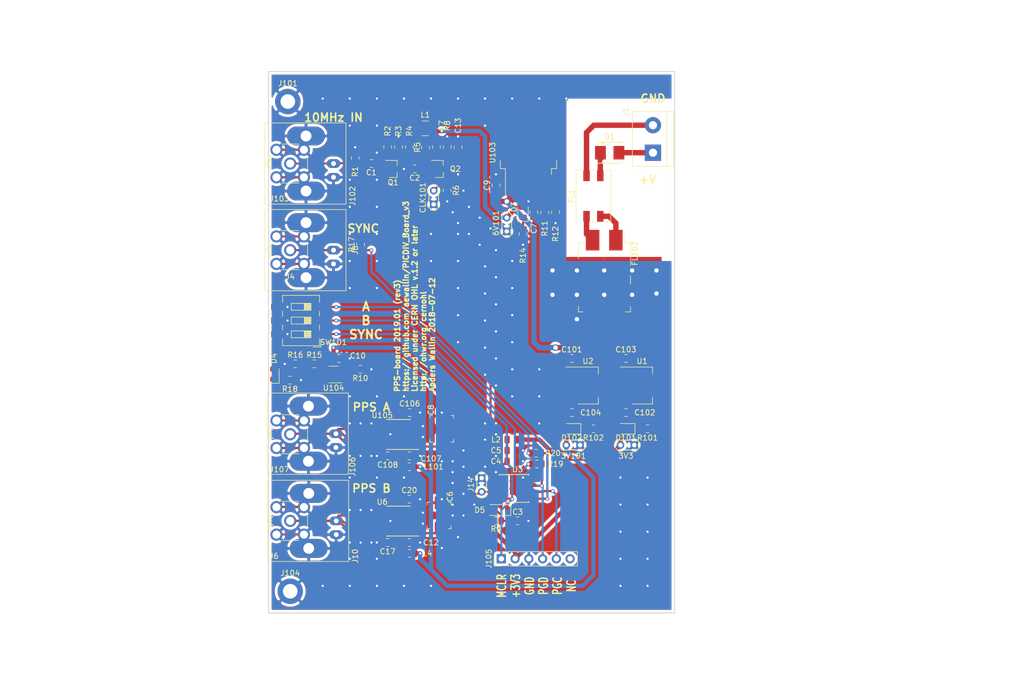
<source format=kicad_pcb>
(kicad_pcb (version 20211014) (generator pcbnew)
  (title_block (title "PICDIV 10MHz to 1PPS frequency divider") (rev "2018-07") (company "anders.e.e.wallin \"at\" gmail.com") (comment 1 "2018-09-12 add MCLR diode"))
  (layers (0 "F.Cu" signal) (31 "B.Cu" signal) (34 "B.Paste" user) (35 "F.Paste" user) (36 "B.SilkS" user "B.Silkscreen") (37 "F.SilkS" user "F.Silkscreen") (38 "B.Mask" user) (39 "F.Mask" user) (44 "Edge.Cuts" user))
  (net 0 "")
  (net 1 "Net-(C1-Pad1)")
  (net 2 "Net-(C1-Pad2)")
  (net 3 "Net-(C2-Pad1)")
  (net 4 "Net-(C2-Pad2)")
  (net 5 "MCLR")
  (net 6 "GND")
  (net 7 "Net-(C4-Pad1)")
  (net 8 "+6V")
  (net 9 "PPS")
  (net 10 "Net-(D3-Pad1)")
  (net 11 "Net-(D4-Pad2)")
  (net 12 "Net-(D4-Pad1)")
  (net 13 "PGD")
  (net 14 "PGC")
  (net 15 "Net-(L1-Pad2)")
  (net 16 "CLK")
  (net 17 "Net-(R10-Pad2)")
  (net 18 "Net-(R11-Pad2)")
  (net 19 "Net-(R15-Pad1)")
  (net 20 "Net-(U6-Pad3)")
  (net 21 "Net-(U6-Pad6)")
  (net 22 "Net-(U6-Pad8)")
  (net 23 "Net-(U6-Pad9)")
  (net 24 "Net-(C13-Pad1)")
  (net 25 "Net-(C3-Pad1)")
  (net 26 "3V3_PIC")
  (net 27 "3V3_OUT")
  (net 28 "Net-(D101-Pad1)")
  (net 29 "Net-(D102-Pad1)")
  (net 30 "LDO_IN")
  (net 31 "/U6_3V3")
  (net 32 "Net-(U105-Pad9)")
  (net 33 "Net-(U105-Pad8)")
  (net 34 "Net-(U105-Pad6)")
  (net 35 "Net-(U105-Pad3)")
  (net 36 "Net-(J105-Pad6)")
  (net 37 "/w2")
  (net 38 "/w4")
  (net 39 "/w5")
  (net 40 "/w3")
  (net 41 "/w1")
  (net 42 "/sync")
  (net 43 "/B")
  (net 44 "/A")
  (net 45 "/PPS_B")
  (net 46 "/PPS_A")
  (net 47 "/U105_3V3")
  (footprint "awallinKiCadFootprints:DIODE_DO-214BA" (layer "F.Cu") (at 188 65)
    (fp_text reference "D1")
    (fp_text value "D")
  )
  (footprint "Connectors_Terminal_Blocks:TerminalBlock_bornier-2_P5.08mm" (layer "F.Cu") (at 196 65 90)
    (fp_text reference "J1")
    (fp_text value "DC-Input")
  )
  (footprint "TO_SOT_Packages_SMD:SOT-23" (layer "F.Cu") (at 148 68)
    (fp_text reference "Q1")
    (fp_text value "Q_PNP_BEC")
  )
  (footprint "TO_SOT_Packages_SMD:SOT-23" (layer "F.Cu") (at 156.5 68)
    (fp_text reference "Q2")
    (fp_text value "Q_PNP_BEC")
  )
  (footprint "Diodes_SMD:D_SOD-123" (layer "F.Cu") (at 167.5 131 180)
    (fp_text reference "D5")
    (fp_text value "1N4148")
  )
  (footprint "TestPoint:TestPoint_2Pads_Pitch2.54mm_Drill0.8mm" (layer "F.Cu") (at 164.365 127.635 90)
    (fp_text reference "J14")
    (fp_text value "TEST_1PPS")
  )
  (footprint "TestPoint:TestPoint_2Pads_Pitch2.54mm_Drill0.8mm" (layer "F.Cu") (at 155.5 72 -90)
    (fp_text reference "CLK101")
    (fp_text value "TEST_CLK")
  )
  (footprint "TestPoint:TestPoint_2Pads_Pitch2.54mm_Drill0.8mm" (layer "F.Cu") (at 169 77 -90)
    (fp_text reference "6V101")
    (fp_text value "TEST_6V")
  )
  (footprint "TestPoint:TestPoint_2Pads_Pitch2.54mm_Drill0.8mm" (layer "F.Cu") (at 190 119)
    (fp_text reference "3V3")
    (fp_text value "TEST_3V3")
  )
  (footprint "TestPoint:TestPoint_2Pads_Pitch2.54mm_Drill0.8mm" (layer "F.Cu") (at 180 119)
    (fp_text reference "3V101")
    (fp_text value "TEST_3V3")
  )
  (footprint "Resistor_SMD:R_0805_2012Metric" (layer "F.Cu") (at 178 76 -90)
    (fp_text reference "R12")
    (fp_text value "680R")
  )
  (footprint "Resistor_SMD:R_0805_2012Metric" (layer "F.Cu") (at 172 80 -90)
    (fp_text reference "R14")
    (fp_text value "200R")
  )
  (footprint "Resistor_SMD:R_0805_2012Metric" (layer "F.Cu") (at 133.45 104)
    (fp_text reference "R15")
    (fp_text value "1M")
  )
  (footprint "Resistor_SMD:R_0805_2012Metric" (layer "F.Cu") (at 129.95 104)
    (fp_text reference "R16")
    (fp_text value "523k")
  )
  (footprint "Resistor_SMD:R_0805_2012Metric" (layer "F.Cu") (at 142 81.95 90)
    (fp_text reference "R17")
    (fp_text value "50R")
  )
  (footprint "Resistor_SMD:R_0805_2012Metric" (layer "F.Cu") (at 128.95 107 180)
    (fp_text reference "R18")
    (fp_text value "100R")
  )
  (footprint "Resistor_SMD:R_0805_2012Metric" (layer "F.Cu") (at 174.55 122.5 180)
    (fp_text reference "R19")
    (fp_text value "10k")
  )
  (footprint "Resistor_SMD:R_0805_2012Metric" (layer "F.Cu") (at 174.45 120.5 180)
    (fp_text reference "R20")
    (fp_text value "10k")
  )
  (footprint "Resistor_SMD:R_0805_2012Metric" (layer "F.Cu") (at 195 116 180)
    (fp_text reference "R101")
    (fp_text value "82R")
  )
  (footprint "Resistor_SMD:R_0805_2012Metric" (layer "F.Cu") (at 185 116 180)
    (fp_text reference "R102")
    (fp_text value "82R")
  )
  (footprint "Resistor_SMD:R_0805_2012Metric" (layer "F.Cu") (at 167 133)
    (fp_text reference "R9")
    (fp_text value "3k3")
  )
  (footprint "Resistor_SMD:R_0805_2012Metric" (layer "F.Cu") (at 158 63.95 90)
    (fp_text reference "R8")
    (fp_text value "6k8")
  )
  (footprint "Resistor_SMD:R_0805_2012Metric" (layer "F.Cu") (at 156 63.95 -90)
    (fp_text reference "R7")
    (fp_text value "3k3")
  )
  (footprint "Resistor_SMD:R_0805_2012Metric" (layer "F.Cu") (at 158 71.95 -90)
    (fp_text reference "R6")
    (fp_text value "270R")
  )
  (footprint "Resistor_SMD:R_0805_2012Metric" (layer "F.Cu") (at 154 64.05 -90)
    (fp_text reference "R5")
    (fp_text value "220R")
  )
  (footprint "Resistor_SMD:R_0805_2012Metric" (layer "F.Cu") (at 151 63.95 -90)
    (fp_text reference "R4")
    (fp_text value "220R")
  )
  (footprint "Resistor_SMD:R_0805_2012Metric" (layer "F.Cu") (at 149 63.95 90)
    (fp_text reference "R3")
    (fp_text value "6k8")
  )
  (footprint "Resistor_SMD:R_0805_2012Metric" (layer "F.Cu") (at 147 63.95 -90)
    (fp_text reference "R2")
    (fp_text value "3k3")
  )
  (footprint "Resistor_SMD:R_0805_2012Metric" (layer "F.Cu") (at 141 66 90)
    (fp_text reference "R1")
    (fp_text value "49R9")
  )
  (footprint "Resistor_SMD:R_0805_2012Metric" (layer "F.Cu") (at 176 76.0625 -90)
    (fp_text reference "R11")
    (fp_text value "2k7")
  )
  (footprint "Resistor_SMD:R_0805_2012Metric" (layer "F.Cu") (at 141.95 105 180)
    (fp_text reference "R10")
    (fp_text value "300k")
  )
  (footprint "Package_TO_SOT_SMD:TSOT-23-6" (layer "F.Cu") (at 137.010001 105.989999 180)
    (fp_text reference "U104")
    (fp_text value "LTC6993xS6-1")
  )
  (footprint "Package_TO_SOT_SMD:TO-263-5_TabPin3" (layer "F.Cu") (at 173 65 90)
    (fp_text reference "U103")
    (fp_text value "LT1963AEQ")
  )
  (footprint "Package_SO:TSSOP-16_4.4x5mm_P0.65mm" (layer "F.Cu") (at 149 133 180)
    (fp_text reference "U6")
    (fp_text value "IDT5PB1108")
  )
  (footprint "Package_SO:TSSOP-16_4.4x5mm_P0.65mm" (layer "F.Cu") (at 149 117 180)
    (fp_text reference "U105")
    (fp_text value "IDT5PB1108")
  )
  (footprint "Package_SO:SOIC-8_3.9x4.9mm_P1.27mm" (layer "F.Cu") (at 171 127)
    (fp_text reference "U3")
    (fp_text value "PIC12F675")
  )
  (footprint "MountingHole:MountingHole_2.7mm_M2.5_DIN965_Pad" (layer "F.Cu") (at 128.56 55.55)
    (fp_text reference "J101")
    (fp_text value "MountingHole_M2.5")
  )
  (footprint "MountingHole:MountingHole_2.7mm_M2.5_DIN965_Pad" (layer "F.Cu") (at 129 146)
    (fp_text reference "J104")
    (fp_text value "MountingHole_M2.5")
  )
  (footprint "LED_SMD:LED_0805_2012Metric" (layer "F.Cu") (at 172 76 90)
    (fp_text reference "D3")
    (fp_text value "LED")
  )
  (footprint "LED_SMD:LED_0805_2012Metric" (layer "F.Cu") (at 191 116 180)
    (fp_text reference "D101")
    (fp_text value "LED")
  )
  (footprint "LED_SMD:LED_0805_2012Metric" (layer "F.Cu") (at 126 105.9 90)
    (fp_text reference "D4")
    (fp_text value "PPS_BLINK")
  )
  (footprint "LED_SMD:LED_0805_2012Metric" (layer "F.Cu") (at 181 116 180)
    (fp_text reference "D102")
    (fp_text value "LED")
  )
  (footprint "Inductor_SMD:L_1210_3225Metric" (layer "F.Cu") (at 153.95 60.5 180)
    (fp_text reference "L1")
    (fp_text value "100u (1210)")
  )
  (footprint "Inductor_SMD:L_0805_2012Metric" (layer "F.Cu") (at 170 118)
    (fp_text reference "L2")
    (fp_text value "2u2")
  )
  (footprint "Inductor_SMD:L_0805_2012Metric" (layer "F.Cu") (at 151.05 139)
    (fp_text reference "L4")
    (fp_text value "2u2")
  )
  (footprint "Inductor_SMD:L_0805_2012Metric" (layer "F.Cu") (at 151 123)
    (fp_text reference "L101")
    (fp_text value "2u2")
  )
  (footprint "Connector_PinHeader_2.54mm:PinHeader_1x06_P2.54mm_Vertical" (layer "F.Cu") (at 168 140 90)
    (fp_text reference "J105")
    (fp_text value "Conn_01x06")
  )
  (footprint "Connector_Coaxial:SMA_Molex_73251-2200_Horizontal" (layer "F.Cu") (at 129 67 90)
    (fp_text reference "J103")
    (fp_text value "Conn_Coaxial")
  )
  (footprint "Connector_Coaxial:SMA_Molex_73251-2200_Horizontal" (layer "F.Cu") (at 129 117 90)
    (fp_text reference "J107")
    (fp_text value "PPS_A")
  )
  (footprint "Connector_Coaxial:SMA_Molex_73251-2200_Horizontal" (layer "F.Cu") (at 129 83 90)
    (fp_text reference "J4")
    (fp_text value "SYNC")
  )
  (footprint "Connector_Coaxial:SMA_Molex_73251-2200_Horizontal" (layer "F.Cu") (at 129 133 90)
    (fp_text reference "J6")
    (fp_text value "PPS_B")
  )
  (footprint "Connector_Coaxial:BNC_Amphenol_B6252HB-NPP3G-50_Horizontal" (layer "F.Cu") (at 137.5 133 90)
    (fp_text reference "J10")
    (fp_text value "PPS_B")
  )
  (footprint "Connector_Coaxial:BNC_Amphenol_B6252HB-NPP3G-50_Horizontal" (layer "F.Cu") (at 137 67 90)
    (fp_text reference "J102")
    (fp_text value "Conn_Coaxial")
  )
  (footprint "Connector_Coaxial:BNC_Amphenol_B6252HB-NPP3G-50_Horizontal" (layer "F.Cu") (at 137 83 90)
    (fp_text reference "J8")
    (fp_text value "SYNC")
  )
  (footprint "Capacitor_SMD:C_0805_2012Metric" (layer "F.Cu") (at 152 68 180)
    (fp_text reference "C2")
    (fp_text value "100n")
  )
  (footprint "Capacitor_SMD:C_0805_2012Metric" (layer "F.Cu") (at 147 121 180)
    (fp_text reference "C108")
    (fp_text value "100n")
  )
  (footprint "Capacitor_SMD:C_0805_2012Metric" (layer "F.Cu") (at 151 121)
    (fp_text reference "C107")
    (fp_text value "100n")
  )
  (footprint "Capacitor_SMD:C_0805_2012Metric" (layer "F.Cu") (at 151.0625 113)
    (fp_text reference "C106")
    (fp_text value "100n")
  )
  (footprint "Capacitor_SMD:C_0805_2012Metric" (layer "F.Cu") (at 181 113)
    (fp_text reference "C104")
    (fp_text value "10u")
  )
  (footprint "Capacitor_SMD:C_0805_2012Metric" (layer "F.Cu") (at 191 103)
    (fp_text reference "C103")
    (fp_text value "10u")
  )
  (footprint "Capacitor_SMD:C_0805_2012Metric" (layer "F.Cu") (at 191 113)
    (fp_text reference "C102")
    (fp_text value "10u")
  )
  (footprint "Capacitor_SMD:C_0805_2012Metric" (layer "F.Cu") (at 181 103)
    (fp_text reference "C101")
    (fp_text value "10u")
  )
  (footprint "Capacitor_SMD:C_0805_2012Metric" (layer "F.Cu") (at 151 129)
    (fp_text reference "C20")
    (fp_text value "100n")
  )
  (footprint "Capacitor_SMD:C_0805_2012Metric" (layer "F.Cu") (at 147 137 180)
    (fp_text reference "C17")
    (fp_text value "100n")
  )
  (footprint "Capacitor_SMD:C_0805_2012Metric" (layer "F.Cu") (at 160 64 90)
    (fp_text reference "C13")
    (fp_text value "10n")
  )
  (footprint "Capacitor_SMD:C_0805_2012Metric" (layer "F.Cu") (at 151 137)
    (fp_text reference "C12")
    (fp_text value "100n")
  )
  (footprint "Capacitor_SMD:C_0805_2012Metric" (layer "F.Cu") (at 138 103)
    (fp_text reference "C10")
    (fp_text value "C")
  )
  (footprint "Capacitor_SMD:C_0805_2012Metric" (layer "F.Cu") (at 167 71 90)
    (fp_text reference "C9")
    (fp_text value "10u")
  )
  (footprint "Capacitor_SMD:C_0805_2012Metric" (layer "F.Cu") (at 144 67 180)
    (fp_text reference "C1")
    (fp_text value "10n")
  )
  (footprint "Capacitor_SMD:C_0805_2012Metric" (layer "F.Cu") (at 174 76 90)
    (fp_text reference "C7")
    (fp_text value "10u")
  )
  (footprint "Capacitor_SMD:C_0805_2012Metric" (layer "F.Cu") (at 170 120)
    (fp_text reference "C5")
    (fp_text value "10u")
  )
  (footprint "Capacitor_SMD:C_0805_2012Metric" (layer "F.Cu") (at 170 122)
    (fp_text reference "C4")
    (fp_text value "100n")
  )
  (footprint "Capacitor_SMD:C_0805_2012Metric" (layer "F.Cu") (at 171 133)
    (fp_text reference "C3")
    (fp_text value "C")
  )
  (footprint "Button_Switch_SMD:SW_DIP_SPSTx03_Slide_6.7x9.18mm_W8.61mm_P2.54mm_LowProfile" (layer "F.Cu") (at 131 96 180)
    (fp_text reference "SW101")
    (fp_text value "SW_DIP_x03")
  )
  (footprint "Filter:Filter_Murata_BNX025_ThermalVias" (layer "F.Cu") (at 187 88 -90)
    (fp_text reference "FL102")
    (fp_text value "BNX025")
  )
  (footprint "Connector_Coaxial:BNC_Amphenol_B6252HB-NPP3G-50_Horizontal" (layer "F.Cu") (at 137.44958 116.89968 90)
    (fp_text reference "J106")
    (fp_text value "PPS_A")
  )
  (footprint "Capacitor_SMD:C_Trimmer_Murata_TZB4-A" (layer "F.Cu") (at 156.5 132 -90)
    (fp_text reference "C6")
    (fp_text value "C_Trim")
  )
  (footprint "Capacitor_SMD:C_Trimmer_Murata_TZB4-A" (layer "F.Cu") (at 157 116 90)
    (fp_text reference "C8")
    (fp_text value "C_Trim")
  )
  (footprint "Filter:Filter_Bourns_SRF0905_6.0x9.2mm" (layer "F.Cu") (at 185 73 90)
    (fp_text reference "FL1")
    (fp_text value "Filter_EMI_LL_1423")
  )
  (footprint "Package_TO_SOT_SMD:SOT-223-3_TabPin2" (layer "F.Cu") (at 194 108)
    (fp_text reference "U1")
    (fp_text value "LT1963AxST-3.3")
  )
  (footprint "Package_TO_SOT_SMD:SOT-223-3_TabPin2" (layer "F.Cu") (at 184 108)
    (fp_text reference "U2")
    (fp_text value "LT1963AxST-3.3")
  )
  (gr_line (start 125 150) (end 125 50) (layer "Edge.Cuts") (width 0.15))
  (gr_line (start 125 50) (end 200 50) (layer "Edge.Cuts") (width 0.15))
  (gr_line (start 200 150) (end 125 150) (layer "Edge.Cuts") (width 0.15))
  (gr_line (start 200 50) (end 200 150) (layer "Edge.Cuts") (width 0.15))
  (gr_text "PPS B" (at 144 127) (layer "F.SilkS") (effects (font (size 1.5 1.5) (thickness 0.3))))
  (gr_text "10MHz IN" (at 137 58.5) (layer "F.SilkS") (effects (font (size 1.5 1.5) (thickness 0.3))))
  (gr_text "SYNC" (at 142.5 79) (layer "F.SilkS") (effects (font (size 1.5 1.5) (thickness 0.3))))
  (gr_text "GND" (at 196 55) (layer "F.SilkS") (effects (font (size 1.5 1.5) (thickness 0.3))))
  (gr_text "PPS-board 2019.01 (rev3)\nhttps://github.com/aewallin/PICDIV_Board_v3\nLicensed under CERN OHL v.1.2 or later\nhttp://ohwr.org/cernohl\nAnders Wallin 2018-07-12" (at 152 109.3 90) (layer "F.SilkS") (effects (font (size 1 1) (thickness 0.25)) (justify left)))
  (gr_text "+V" (at 195 70) (layer "F.SilkS") (effects (font (size 1.5 1.5) (thickness 0.3))))
  (gr_text "MCLR\n+3V3\nGND\nPGD\nPGC\nNC" (at 174.5 145 90) (layer "F.SilkS") (effects (font (size 1.6 1.1) (thickness 0.25))))
  (gr_text "A\nB\nSYNC" (at 143 96) (layer "F.SilkS") (effects (font (size 1.6 1.6) (thickness 0.35))))
  (gr_text "PPS A" (at 144 112) (layer "F.SilkS") (effects (font (size 1.5 1.5) (thickness 0.3))))
  (segment (start 145 67) (end 146.95 67) (width 0.4) (layer "F.Cu") (net 1))
  (segment (start 147 64.9) (end 149 64.9) (width 0.4) (layer "F.Cu") (net 1))
  (segment (start 147 67.05) (end 147 64.9) (width 0.4) (layer "F.Cu") (net 1))
  (segment (start 146.95 67) (end 147 67.05) (width 0.4) (layer "F.Cu") (net 1))
  (segment (start 141 66.9375) (end 137.0625 66.9375) (width 0.4) (layer "F.Cu") (net 2))
  (segment (start 140.95 67) (end 141 66.95) (width 0.4) (layer "F.Cu") (net 2))
  (segment (start 137.0625 66.9375) (end 137 67) (width 0.4) (layer "F.Cu") (net 2))
  (segment (start 141 66.95) (end 142.95 66.95) (width 0.4) (layer "F.Cu") (net 2))
  (segment (start 137 67) (end 129 67) (width 0.4) (layer "F.Cu") (net 2))
  (segment (start 142.95 66.95) (end 143 67) (width 0.4) (layer "F.Cu") (net 2))
  (segment (start 153 68) (end 154 68) (width 0.4) (layer "F.Cu") (net 3))
  (segment (start 154 65) (end 154 68) (width 0.4) (layer "F.Cu") (net 3))
  (segment (start 153.95 68.95) (end 153 68) (width 0.4) (layer "F.Cu") (net 3))
  (segment (start 155.5 68.95) (end 153.95 68.95) (width 0.4) (layer "F.Cu") (net 3))
  (segment (start 147.5 69.45) (end 147 68.95) (width 0.4) (layer "F.Cu") (net 4))
  (segment (start 151 68) (end 151 69.025) (width 0.4) (layer "F.Cu") (net 4))
  (segment (start 147.5 69.5) (end 147.5 69.45) (width 0.4) (layer "F.Cu") (net 4))
  (segment (start 150.525 69.5) (end 147.5 69.5) (width 0.4) (layer "F.Cu") (net 4))
  (segment (start 151 69.025) (end 150.525 69.5) (width 0.4) (layer "F.Cu") (net 4))
  (segment (start 151 64.9) (end 151 68) (width 0.4) (layer "F.Cu") (net 4))
  (segment (start 169.905 128.905) (end 170 129) (width 0.4) (layer "F.Cu") (net 5))
  (segment (start 135.345 98.5) (end 135.305 98.54) (width 0.4) (layer "F.Cu") (net 5))
  (segment (start 137.5 98.5) (end 135.345 98.5) (width 0.4) (layer "F.Cu") (net 5))
  (segment (start 169.15 129.755) (end 168.3 128.905) (width 0.4) (layer "F.Cu") (net 5))
  (segment (start 169.15 131) (end 169.15 129.755) (width 0.4) (layer "F.Cu") (net 5))
  (segment (start 168.3 128.905) (end 169.905 128.905) (width 0.4) (layer "F.Cu") (net 5))
  (via (at 170 129) (size 0.7) (drill 0.4) (layers "F.Cu" "B.Cu") (net 5))
  (via (at 137.5 98.5) (size 0.7) (drill 0.4) (layers "F.Cu" "B.Cu") (net 5))
  (segment (start 147.5 98.5) (end 137.5 98.5) (width 0.4) (layer "B.Cu") (net 5))
  (segment (start 170 129) (end 170 123.348542) (width 0.4) (layer "B.Cu") (net 5))
  (segment (start 169 122.348542) (end 169 115.5) (width 0.4) (layer "B.Cu") (net 5))
  (segment (start 168 140) (end 168 131) (width 0.4) (layer "B.Cu") (net 5))
  (segment (start 152 98.5) (end 147.5 98.5) (width 0.4) (layer "B.Cu") (net 5))
  (segment (start 168 131) (end 170 129) (width 0.4) (layer "B.Cu") (net 5))
  (segment (start 170 123.348542) (end 169 122.348542) (width 0.4) (layer "B.Cu") (net 5))
  (segment (start 169 115.5) (end 152 98.5) (width 0.4) (layer "B.Cu") (net 5))
  (segment (start 172 125) (end 173.605 125) (width 0.4) (layer "F.Cu") (net 6))
  (segment (start 142.8875 106.08752) (end 142.8875 105) (width 0.4) (layer "F.Cu") (net 6))
  (segment (start 173 70.775) (end 173 61.625) (width 0.4) (layer "F.Cu") (net 6))
  (segment (start 132.04 114.46) (end 126.96 114.46) (width 0.4) (layer "F.Cu") (net 6))
  (segment (start 146.05 132.675) (end 147.175 132.675) (width 0.4) (layer "F.Cu") (net 6))
  (segment (start 149 68) (end 150 68) (width 0.4) (layer "F.Cu") (net 6))
  (segment (start 139.330001 105.989999) (end 139.440012 106.10001) (width 0.4) (layer "F.Cu") (net 6))
  (segment (start 151.95 117.325) (end 153.325 117.325) (width 0.4) (layer "F.Cu") (net 6))
  (segment (start 153.325 117.325) (end 153.5 117.5) (width 0.4) (layer "F.Cu") (net 6))
  (segment (start 146.05 116.675) (end 147.175 116.675) (width 0.4) (layer "F.Cu") (net 6))
  (segment (start 132.04 121.80086) (end 132.2366 121.99746) (width 0.4) (layer "F.Cu") (net 6))
  (segment (start 147.175 116.675) (end 147.5 117) (width 0.4) (layer "F.Cu") (net 6))
  (segment (start 132.04 114.46) (end 132.04 111.99596) (width 0.4) (layer "F.Cu") (net 6))
  (segment (start 139.440012 106.10001) (end 142.89999 106.10001) (width 0.4) (layer "F.Cu") (net 6))
  (segment (start 138.320001 105.989999) (end 139.330001 105.989999) (width 0.4) (layer "F.Cu") (net 6))
  (segment (start 153.375 115.375) (end 153.5 115.5) (width 0.4) (layer "F.Cu") (net 6))
  (segment (start 173.605 125) (end 173.7 125.095) (width 0.4) (layer "F.Cu") (net 6))
  (segment (start 147.175 132.675) (end 147.5 133) (width 0.4) (layer "F.Cu") (net 6))
  (segment (start 131.54 69.54) (end 126.46 69.54) (width 0.4) (layer "F.Cu") (net 6))
  (segment (start 132.08 130.42) (end 127 130.42) (width 0.4) (layer "F.Cu") (net 6))
  (segment (start 172 125) (end 172 125) (width 0.4) (layer "F.Cu") (net 6))
  (segment (start 129.602528 80.46) (end 126.46 80.46) (width 0.4) (layer "F.Cu") (net 6))
  (segment (start 130.142528 135.5) (end 127 135.5) (width 0.4) (layer "F.Cu") (net 6))
  (segment (start 132.04 111.99596) (end 132.2366 111.79936) (width 0.4) (layer "F.Cu") (net 6))
  (segment (start 151.95 115.375) (end 153.375 115.375) (width 0.4) (layer "F.Cu") (net 6))
  (segment (start 142.89999 106.10001) (end 142.8875 106.08752) (width 0.4) (layer "F.Cu") (net 6))
  (segment (start 151.95 131.375) (end 153.375 131.375) (width 0.4) (layer "F.Cu") (net 6))
  (segment (start 130.102528 119.54) (end 126.96 119.54) (width 0.4) (layer "F.Cu") (net 6))
  (segment (start 132.04 119.54) (end 130.102528 119.54) (width 0.4) (layer "F.Cu") (net 6))
  (segment (start 132.08 135.5) (end 130.142528 135.5) (width 0.4) (layer "F.Cu") (net 6))
  (segment (start 129.602528 85.54) (end 126.46 85.54) (width 0.4) (layer "F.Cu") (net 6))
  (segment (start 173 74) (end 173 70.775) (width 0.4) (layer "F.Cu") (net 6))
  (segment (start 153.325 133.325) (end 153.5 133.5) (width 0.4) (layer "F.Cu") (net 6))
  (segment (start 131.54 80.46) (end 129.602528 80.46) (width 0.4) (layer "F.Cu") (net 6))
  (segment (start 151.95 133.325) (end 153.325 133.325) (width 0.4) (layer "F.Cu") (net 6))
  (segment (start 153.375 131.375) (end 153.5 131.5) (width 0.4) (layer "F.Cu") (net 6))
  (segment (start 131.54 85.54) (end 129.602528 85.54) (width 0.4) (layer "F.Cu") (net 6))
  (segment (start 131.54 64.46) (end 126.46 64.46) (width 0.4) (layer "F.Cu") (net 6))
  (segment (start 132.04 119.54) (end 132.04 121.80086) (width 0.4) (layer "F.Cu") (net 6))
  (via (at 142 131) (size 0.7) (drill 0.4) (layers "F.Cu" "B.Cu") (net 6))
  (via (at 144 131) (size 0.7) (drill 0.4) (layers "F.Cu" "B.Cu") (net 6))
  (via (at 144 137) (size 0.7) (drill 0.4) (layers "F.Cu" "B.Cu") (net 6))
  (via (at 142 137) (size 0.7) (drill 0.4) (layers "F.Cu" "B.Cu") (net 6))
  (via (at 140 137) (size 0.7) (drill 0.4) (layers "F.Cu" "B.Cu") (net 6))
  (via (at 144 121) (size 0.7) (drill 0.4) (layers "F.Cu" "B.Cu") (net 6))
  (via (at 142 121) (size 0.7) (drill 0.4) (layers "F.Cu" "B.Cu") (net 6))
  (via (at 140 121) (size 0.7) (drill 0.4) (layers "F.Cu" "B.Cu") (net 6))
  (via (at 140 115) (size 0.7) (drill 0.4) (layers "F.Cu" "B.Cu") (net 6))
  (via (at 142 115) (size 0.7) (drill 0.4) (layers "F.Cu" "B.Cu") (net 6))
  (via (at 144 115) (size 0.7) (drill 0.4) (layers "F.Cu" "B.Cu") (net 6))
  (via (at 161 128) (size 0.7) (drill 0.4) (layers "F.Cu" "B.Cu") (net 6))
  (via (at 159 126) (size 0.7) (drill 0.4) (layers "F.Cu" "B.Cu") (net 6))
  (via (at 159 124) (size 0.7) (drill 0.4) (layers "F.Cu" "B.Cu") (net 6))
  (via (at 159 122) (size 0.7) (drill 0.4) (layers "F.Cu" "B.Cu") (net 6))
  (via (at 159 130) (size 0.7) (drill 0.4) (layers "F.Cu" "B.Cu") (net 6))
  (via (at 159 132) (size 0.7) (drill 0.4) (layers "F.Cu" "B.Cu") (net 6))
  (via (at 161 132) (size 0.7) (drill 0.4) (layers "F.Cu" "B.Cu") (net 6))
  (via (at 163 130) (size 0.7) (drill 0.4) (layers "F.Cu" "B.Cu") (net 6))
  (via (at 162 125) (size 0.7) (drill 0.4) (layers "F.Cu" "B.Cu") (net 6))
  (via (at 161 123) (size 0.7) (drill 0.4) (layers "F.Cu" "B.Cu") (net 6))
  (via (at 161 120) (size 0.7) (drill 0.4) (layers "F.Cu" "B.Cu") (net 6))
  (via (at 160 136) (size 0.7) (drill 0.4) (layers "F.Cu" "B.Cu") (net 6))
  (via (at 157 138) (size 0.7) (drill 0.4) (layers "F.Cu" "B.Cu") (net 6))
  (via (at 157 122) (size 0.7) (drill 0.4) (layers "F.Cu" "B.Cu") (net 6))
  (via (at 165 123) (size 0.7) (drill 0.4) (layers "F.Cu" "B.Cu") (net 6))
  (via (at 165 118) (size 0.7) (drill 0.4) (layers "F.Cu" "B.Cu") (net 6))
  (via (at 165 115) (size 0.7) (drill 0.4) (layers "F.Cu" "B.Cu") (net 6))
  (via (at 167 117) (size 0.7) (drill 0.4) (layers "F.Cu" "B.Cu") (net 6))
  (via (at 167 121) (size 0.7) (drill 0.4) (layers "F.Cu" "B.Cu") (net 6))
  (via (at 167 124) (size 0.7) (drill 0.4) (layers "F.Cu" "B.Cu") (net 6))
  (via (at 173 133) (size 0.7) (drill 0.4) (layers "F.Cu" "B.Cu") (net 6))
  (via (at 150 125) (size 0.7) (drill 0.4) (layers "F.Cu" "B.Cu") (net 6))
  (via (at 175 110) (size 0.7) (drill 0.4) (layers "F.Cu" "B.Cu") (net 6))
  (via (at 190 125) (size 0.7) (drill 0.4) (layers "F.Cu" "B.Cu") (net 6))
  (via (at 167 103) (size 0.7) (drill 0.4) (layers "F.Cu" "B.Cu") (net 6))
  (via (at 135 55) (size 0.7) (drill 0.4) (layers "F.Cu" "B.Cu") (net 6))
  (via (at 157 129) (size 0.7) (drill 0.4) (layers "F.Cu" "B.Cu") (net 6))
  (via (at 178 78) (size 0.7) (drill 0.4) (layers "F.Cu" "B.Cu") (net 6))
  (via (at 170 55) (size 0.7) (drill 0.4) (layers "F.Cu" "B.Cu") (net 6))
  (via (at 167 108) (size 0.7) (drill 0.4) (layers "F.Cu" "B.Cu") (net 6))
  (via (at 161 72) (size 0.7) (drill 0.4) (layers "F.Cu" "B.Cu") (net 6))
  (via (at 170 105) (size 0.7) (drill 0.4) (layers "F.Cu" "B.Cu") (net 6))
  (via (at 195 135) (size 0.7) (drill 0.4) (layers "F.Cu" "B.Cu") (net 6))
  (via (at 149 62) (size 0.7) (drill 0.4) (layers "F.Cu" "B.Cu") (net 6))
  (via (at 131 107) (size 0.7) (drill 0.4) (layers "F.Cu" "B.Cu") (net 6))
  (via (at 170 95) (size 0.7) (drill 0.4) (layers "F.Cu" "B.Cu") (net 6))
  (via (at 160 85) (size 0.7) (drill 0.4) (layers "F.Cu" "B.Cu") (net 6))
  (via (at 172 125) (size 0.7) (drill 0.4) (layers "F.Cu" "B.Cu") (net 6))
  (via (at 140 75) (size 0.7) (drill 0.4) (layers "F.Cu" "B.Cu") (net 6))
  (via (at 145 125) (size 0.7) (drill 0.4) (layers "F.Cu" "B.Cu") (net 6))
  (via (at 164 77) (size 0.7) (drill 0.4) (layers "F.Cu" "B.Cu") (net 6))
  (via (at 167 69) (size 0.7) (drill 0.4) (layers "F.Cu" "B.Cu") (net 6))
  (via (at 160 55) (size 0.7) (drill 0.4) (layers "F.Cu" "B.Cu") (net 6))
  (via (at 128.5 93.5) (size 0.7) (drill 0.4) (layers "F.Cu" "B.Cu") (net 6))
  (via (at 175 105) (size 0.7) (drill 0.4) (layers "F.Cu" "B.Cu") (net 6))
  (via (at 144 105) (size 0.7) (drill 0.4) (layers "F.Cu" "B.Cu") (net 6))
  (via (at 170 90) (size 0.7) (drill 0.4) (layers "F.Cu" "B.Cu") (net 6))
  (via (at 150 55) (size 0.7) (drill 0.4) (layers "F.Cu" "B.Cu") (net 6))
  (via (at 165 101) (size 0.7) (drill 0.4) (layers "F.Cu" "B.Cu") (net 6))
  (via (at 145 75) (size 0.7) (drill 0.4) (layers "F.Cu" "B.Cu") (net 6))
  (via (at 155 85) (size 0.7) (drill 0.4) (layers "F.Cu" "B.Cu") (net 6))
  (via (at 141 64) (size 0.7) (drill 0.4) (layers "F.Cu" "B.Cu") (net 6))
  (via (at 165 96) (size 0.7) (drill 0.4) (layers "F.Cu" "B.Cu") (net 6))
  (via (at 135 145) (size 0.7) (drill 0.4) (layers "F.Cu" "B.Cu") (net 6))
  (via (at 147.5 117) (size 0.7) (drill 0.4) (layers "F.Cu" "B.Cu") (net 6))
  (via (at 140 70) (size 0.7) (drill 0.4) (layers "F.Cu" "B.Cu") (net 6))
  (via (at 195 140) (size 0.7) (drill 0.4) (layers "F.Cu" "B.Cu") (net 6))
  (via (at 128.5 96) (size 0.7) (drill 0.4) (layers "F.Cu" "B.Cu") (net 6))
  (via (at 195 125) (size 0.7) (drill 0.4) (layers "F.Cu" "B.Cu") (net 6))
  (via (at 170 85) (size 0.7) (drill 0.4) (layers "F.Cu" "B.Cu") (net 6))
  (via (at 173 74) (size 0.7) (drill 0.4) (layers "F.Cu" "B.Cu") (net 6))
  (via (at 190 135) (size 0.7) (drill 0.4) (layers "F.Cu" "B.Cu") (net 6))
  (via (at 155 80) (size 0.7) (drill 0.4) (layers "F.Cu" "B.Cu") (net 6))
  (via (at 140 131) (size 0.7) (drill 0.4) (layers "F.Cu" "B.Cu") (net 6))
  (via (at 157 113) (size 0.7) (drill 0.4) (layers "F.Cu" "B.Cu") (net 6))
  (via (at 155 55) (size 0.7) (drill 0.4) (layers "F.Cu" "B.Cu") (net 6))
  (via (at 150 145) (size 0.7) (drill 0.4) (layers "F.Cu" "B.Cu") (net 6))
  (via (at 145 55) (size 0.7) (drill 0.4) (layers "F.Cu" "B.Cu") (net 6))
  (via (at 195 145) (size 0.7) (drill 0.4) (layers "F.Cu" "B.Cu") (net 6))
  (via (at 128 104) (size 0.7) (drill 0.4) (layers "F.Cu" "B.Cu") (net 6))
  (via (at 165 86) (size 0.7) (drill 0.4) (layers "F.Cu" "B.Cu") (net 6))
  (via (at 145 65) (size 0.7) (drill 0.4) (layers "F.Cu" "B.Cu") (net 6))
  (via (at 145 90) (size 0.7) (drill 0.4) (layers "F.Cu" "B.Cu") (net 6))
  (via (at 145 145) (size 0.7) (drill 0.4) (layers "F.Cu" "B.Cu") (net 6))
  (via (at 162 75) (size 0.7) (drill 0.4) (layers "F.Cu" "B.Cu") (net 6))
  (via (at 172 120) (size 0.7) (drill 0.4) (layers "F.Cu" "B.Cu") (net 6))
  (via (at 145 140) (size 0.7) (drill 0.4) (layers "F.Cu" "B.Cu") (net 6))
  (via (at 145 137) (size 0.7) (drill 0.4) (layers "F.Cu" "B.Cu") (net 6))
  (via (at 150 80) (size 0.7) (drill 0.4) (layers "F.Cu" "B.Cu") (net 6))
  (via (at 175 55) (size 0.7) (drill 0.4) (layers "F.Cu" "B.Cu") (net 6))
  (via (at 140 60) (size 0.7) (drill 0.4) (layers "F.Cu" "B.Cu") (net 6))
  (via (at 165 106) (size 0.7) (drill 0.4) (layers "F.Cu" "B.Cu") (net 6))
  (via (at 145 121) (size 0.7) (drill 0.4) (layers "F.Cu" "B.Cu") (net 6))
  (via (at 153.5 117.5) (size 0.7) (drill 0.4) (layers "F.Cu" "B.Cu") (net 6))
  (via (at 172 82) (size 0.7) (drill 0.4) (layers "F.Cu" "B.Cu") (net 6))
  (via (at 145 85) (size 0.7) (drill 0.4) (layers "F.Cu" "B.Cu") (net 6))
  (via (at 140 55) (size 0.7) (drill 0.4) (layers "F.Cu" "B.Cu") (net 6))
  (via (at 140 110) (size 0.7) (drill 0.4) (layers "F.Cu" "B.Cu") (net 6))
  (via (at 172 122) (size 0.7) (drill 0.4) (layers "F.Cu" "B.Cu") (net 6))
  (via (at 160 90) (size 0.7) (drill 0.4) (layers "F.Cu" "B.Cu") (net 6))
  (via (at 153 113) (size 0.7) (drill 0.4) (layers "F.Cu" "B.Cu") (net 6))
  (via (at 140 125) (size 0.7) (drill 0.4) (layers "F.Cu" "B.Cu") (net 6))
  (via (at 190 145) (size 0.7) (drill 0.4) (layers "F.Cu" "B.Cu") (net 6))
  (via (at 160 62) (size 0.7) (drill 0.4) (layers "F.Cu" "B.Cu") (net 6))
  (via (at 155 145) (size 0.7) (drill 0.4) (layers "F.Cu" "B.Cu") (net 6))
  (via (at 140 103) (size 0.7) (drill 0.4) (layers "F.Cu" "B.Cu") (net 6))
  (via (at 190 130) (size 0.7) (drill 0.4) (layers "F.Cu" "B.Cu") (net 6))
  (via (at 153.5 133.5) (size 0.7) (drill 0.4) (layers "F.Cu" "B.Cu") (net 6))
  (via (at 140 85) (size 0.7) (drill 0.4) (layers "F.Cu" "B.Cu") (net 6))
  (via (at 153.5 131.5) (size 0.7) (drill 0.4) (layers "F.Cu" "B.Cu") (net 6))
  (via (at 145 70) (size 0.7) (drill 0.4) (layers "F.Cu" "B.Cu") (net 6))
  (via (at 160 78) (size 0.7) (drill 0.4) (layers "F.Cu" "B.Cu") (net 6))
  (via (at 145 80) (size 0.7) (drill 0.4) (layers "F.Cu" "B.Cu") (net 6))
  (via (at 167 98) (size 0.7) (drill 0.4) (layers "F.Cu" "B.Cu") (net 6))
  (via (at 140 90) (size 0.7) (drill 0.4) (layers "F.Cu" "B.Cu") (net 6))
  (via (at 128.5 98.5) (size 0.7) (drill 0.4) (layers "F.Cu" "B.Cu") (net 6))
  (via (at 145 110) (size 0.7) (drill 0.4) (layers "F.Cu" "B.Cu") (net 6))
  (via (at 167 93) (size 0.7) (drill 0.4) (layers "F.Cu" "B.Cu") (net 6))
  (via (at 159 76) (size 0.7) (drill 0.4) (layers "F.Cu" "B.Cu") (net 6))
  (via (at 167 115) (size 0.7) (drill 0.4) (layers "F.Cu" "B.Cu") (net 6))
  (via (at 160 80) (size 0.7) (drill 0.4) (layers "F.Cu" "B.Cu") (net 6))
  (via (at 167 88) (size 0.7) (drill 0.4) (layers "F.Cu" "B.Cu") (net 6))
  (via (at 170 100) (size 0.7) (drill 0.4) (layers "F.Cu" "B.Cu") (net 6))
  (via (at 150 110) (size 0.7) (drill 0.4) (layers "F.Cu" "B.Cu") (net 6))
  (via (at 167 83) (size 0.7) (drill 0.4) (layers "F.Cu" "B.Cu") (net 6))
  (via (at 158 74) (size 0.7) (drill 0.4) (layers "F.Cu" "B.Cu") (net 6))
  (via (at 162 80) (size 0.7) (drill 0.4) (layers "F.Cu" "B.Cu") (net 6))
  (via (at 166 79) (size 0.7) (drill 0.4) (layers "F.Cu" "B.Cu") (net 6))
  (via (at 164 82) (size 0.7) (drill 0.4) (layers "F.Cu" "B.Cu") (net 6))
  (via (at 153.5 115.5) (size 0.7) (drill 0.4) (layers "F.Cu" "B.Cu") (net 6))
  (via (at 190 140) (size 0.7) (drill 0.4) (layers "F.Cu" "B.Cu") (net 6))
  (via (at 158 62) (size 0.7) (drill 0.4) (layers "F.Cu" "B.Cu") (net 6))
  (via (at 140 80) (size 0.7) (drill 0.4) (layers "F.Cu" "B.Cu") (net 6))
  (via (at 153 121) (size 0.7) (drill 0.4) (layers "F.Cu" "B.Cu") (net 6))
  (via (at 160 69) (size 0.7) (drill 0.4) (layers "F.Cu" "B.Cu") (net 6))
  (via (at 153 137) (size 0.7) (drill 0.4) (layers "F.Cu" "B.Cu") (net 6))
  (via (at 140 145) (size 0.7) (drill 0.4) (layers "F.Cu" "B.Cu") (net 6))
  (via (at 165 55) (size 0.7) (drill 0.4) (layers "F.Cu" "B.Cu") (net 6))
  (via (at 165 91) (size 0.7) (drill 0.4) (layers "F.Cu" "B.Cu") (net 6))
  (via (at 170 110) (size 0.7) (drill 0.4) (layers "F.Cu" "B.Cu") (net 6))
  (via (at 195 130) (size 0.7) (drill 0.4) (layers "F.Cu" "B.Cu") (net 6))
  (via (at 165 60) (size 0.7) (drill 0.4) (layers "F.Cu" "B.Cu") (net 6))
  (via (at 140 140) (size 0.7) (drill 0.4) (layers "F.Cu" "B.Cu") (net 6))
  (via (at 160 100) (size 0.7) (drill 0.4) (layers "F.Cu" "B.Cu") (net 6))
  (via (at 175 115) (size 0.7) (drill 0.4) (layers "F.Cu" "B.Cu") (net 6))
  (via (at 160 95) (size 0.7) (drill 0.4) (layers "F.Cu" "B.Cu") (net 6))
  (via (at 153 129) (size 0.7) (drill 0.4) (layers "F.Cu" "B.Cu") (net 6))
  (via (at 180 55) (size 0.7) (drill 0.4) (layers "F.Cu" "B.Cu") (net 6))
  (via (at 145 60) (size 0.7) (drill 0.4) (layers "F.Cu" "B.Cu") (net 6))
  (via (at 147.5 133) (size 0.7) (drill 0.4) (layers "F.Cu" "B.Cu") (net 6))
  (via (at 150 68) (size 0.7) (drill 0.4) (layers "F.Cu" "B.Cu") (net 6))
  (segment (start 169 122) (end 169 120) (width 0.4) (layer "F.Cu") (net 7))
  (segment (start 169.0625 120) (end 169.0625 118) (width 0.4) (layer "F.Cu") (net 7))
  (segment (start 168.3 125.095) (end 168.3 122.7) (width 0.4) (layer "F.Cu") (net 7))
  (segment (start 168.3 122.7) (end 169 122) (width 0.4) (layer "F.Cu") (net 7))
  (segment (start 174.7 73.825) (end 174.7 70.775) (width 0.8) (layer "F.Cu") (net 8))
  (segment (start 156 63) (end 156 61.1) (width 0.8) (layer "F.Cu") (net 8))
  (segment (start 157 61) (end 155.9 61) (width 0.8) (layer "F.Cu") (net 8))
  (segment (start 174.7 74.3625) (end 174 75.0625) (width 0.8) (layer "F.Cu") (net 8))
  (segment (start 172 75.0625) (end 170.9375 75.0625) (width 0.8) (layer "F.Cu") (net 8))
  (segment (start 147 60.5) (end 147 63) (width 0.8) (layer "F.Cu") (net 8))
  (segment (start 155.4 60.5) (end 155.4 59.7) (width 0.8) (layer "F.Cu") (net 8))
  (segment (start 153.7 58) (end 149.5 58) (width 0.8) (layer "F.Cu") (net 8))
  (segment (start 172 75.0625) (end 174 75.0625) (width 0.8) (layer "F.Cu") (net 8))
  (segment (start 176 75.125) (end 174.7 73.825) (width 0.8) (layer "F.Cu") (net 8))
  (segment (start 147 63) (end 147 62.25) (width 0.8) (layer "F.Cu") (net 8))
  (segment (start 170.9375 75.0625) (end 169 77) (width 0.8) (layer "F.Cu") (net 8))
  (segment (start 155.4 59.7) (end 153.7 58) (width 0.8) (layer "F.Cu") (net 8))
  (segment (start 149.5 58) (end 147 60.5) (width 0.8) (layer "F.Cu") (net 8))
  (segment (start 155.9 61) (end 155.4 60.5) (width 0.8) (layer "F.Cu") (net 8))
  (segment (start 174.7 70.775) (end 174.7 74.3625) (width 0.8) (layer "F.Cu") (net 8))
  (segment (start 156 61.1) (end 155.4 60.5) (width 0.8) (layer "F.Cu") (net 8))
  (via (at 157 61) (size 0.7) (drill 0.4) (layers "F.Cu" "B.Cu") (net 8))
  (segment (start 164.5 61.5) (end 164 61) (width 0.8) (layer "B.Cu") (net 8))
  (segment (start 165 70.5) (end 165 70) (width 0.8) (layer "B.Cu") (net 8))
  (segment (start 167 77) (end 169 77) (width 0.8) (layer "B.Cu") (net 8))
  (segment (start 165 75) (end 167 77) (width 0.8) (layer "B.Cu") (net 8))
  (segment (start 165 62) (end 164.5 61.5) (width 0.8) (layer "B.Cu") (net 8))
  (segment (start 165 70) (end 165 75) (width 0.8) (layer "B.Cu") (net 8))
  (segment (start 165 70) (end 165 62) (width 0.8) (layer "B.Cu") (net 8))
  (segment (start 164 61) (end 157 61) (width 0.8) (layer "B.Cu") (net 8))
  (segment (start 158.65 135.35) (end 157 135.35) (width 0.4) (layer "F.Cu") (net 9))
  (segment (start 160 130.8) (end 160 134) (width 0.4) (layer "F.Cu") (net 9))
  (segment (start 160 134) (end 158.65 135.35) (width 0.4) (layer "F.Cu") (net 9))
  (segment (start 151.95 135.275) (end 156.925 135.275) (width 0.4) (layer "F.Cu") (net 9))
  (segment (start 160 125) (end 160 121) (width 0.4) (layer "F.Cu") (net 9))
  (segment (start 151.95 119.275) (end 156.925 119.275) (width 0.4) (layer "F.Cu") (net 9))
  (segment (start 162 128) (end 162 127) (width 0.4) (layer "F.Cu") (net 9))
  (segment (start 154 107) (end 138.62 107) (width 0.4) (layer "F.Cu") (net 9))
  (segment (start 162 128.8) (end 160 130.8) (width 0.4) (layer "F.Cu") (net 9))
  (segment (start 162 128) (end 162 128.8) (width 0.4) (layer "F.Cu") (net 9))
  (segment (start 160 121) (end 160 113) (width 0.4) (layer "F.Cu") (net 9))
  (segment (start 168.3 127.635) (end 164.365 127.635) (width 0.4) (layer "F.Cu") (net 9))
  (segment (start 162 127) (end 160 125) (width 0.4) (layer "F.Cu") (net 9))
  (segment (start 160 113) (end 154 107) (width 0.4) (layer "F.Cu") (net 9))
  (segment (start 160 121) (end 158.35 119.35) (width 0.4) (layer "F.Cu") (net 9))
  (segment (start 164 128) (end 162 128) (width 0.4) (layer "F.Cu") (net 9))
  (segment (start 164.365 127.635) (end 164 128) (width 0.4) (layer "F.Cu") (net 9))
  (segment (start 156.925 135.275) (end 157 135.35) (width 0.4) (layer "F.Cu") (net 9))
  (segment (start 158.35 119.35) (end 157 119.35) (width 0.4) (layer "F.Cu") (net 9))
  (segment (start 156.925 119.275) (end 157 119.35) (width 0.4) (layer "F.Cu") (net 9))
  (segment (start 172 79.0625) (end 172 76.9375) (width 0.4) (layer "F.Cu") (net 10))
  (segment (start 127.7 105.5) (end 127 104.8) (width 0.4) (layer "F.Cu") (net 11))
  (segment (start 127 104.8) (end 126 104.8) (width 0.4) (layer "F.Cu") (net 11))
  (segment (start 132.110002 107) (end 130.610002 105.5) (width 0.4) (layer "F.Cu") (net 11))
  (segment (start 136 107) (end 132.110002 107) (width 0.4) (layer "F.Cu") (net 11))
  (segment (start 130.610002 105.5) (end 127.7 105.5) (width 0.4) (layer "F.Cu") (net 11))
  (segment (start 126 107) (end 128 107) (width 0.4) (layer "F.Cu") (net 12))
  (segment (start 175.469669 122.530331) (end 175.5 122.5) (width 0.4) (layer "F.Cu") (net 13))
  (segment (start 175.469669 126.530331) (end 173.865331 126.530331) (width 0.4) (layer "F.Cu") (net 13))
  (segment (start 175.469669 126.530331) (end 175.469669 122.530331) (width 0.4) (layer "F.Cu") (net 13))
  (segment (start 173.865331 126.530331) (end 173.7 126.365) (width 0.4) (layer "F.Cu") (net 13))
  (via (at 175.469669 126.530331) (size 0.7) (drill 0.4) (layers "F.Cu" "B.Cu") (net 13))
  (segment (start 175.62 129.5) (end 175.62 129.12) (width 0.4) (layer "B.Cu") (net 13))
  (segment (start 175.62 140) (end 175.62 129.5) (width 0.4) (layer "B.Cu") (net 13))
  (segment (start 175.62 126.680662) (end 175.469669 126.530331) (width 0.4) (layer "B.Cu") (net 13))
  (segment (start 175.62 129.5) (end 175.62 126.680662) (width 0.4) (layer "B.Cu") (net 13))
  (segment (start 175.469669 126.530331) (end 174.530331 126.530331) (width 0.4) (layer "B.Cu") (net 13))
  (segment (start 175.7 127.635) (end 174.135 127.635) (width 0.4) (layer "F.Cu") (net 14))
  (segment (start 175.7 127.635) (end 173.135 127.635) (width 0.4) (layer "F.Cu") (net 14))
  (segment (start 176.5 127.5) (end 175.835 127.5) (width 0.4) (layer "F.Cu") (net 14))
  (segment (start 176.5 120.85) (end 176.15 120.5) (width 0.4) (layer "F.Cu") (net 14))
  (segment (start 177.5 127.5) (end 176.5 127.5) (width 0.4) (layer "F.Cu") (net 14))
  (segment (start 176.5 127.5) (end 176.5 120.85) (width 0.4) (layer "F.Cu") (net 14))
  (segment (start 175.835 127.5) (end 175.7 127.635) (width 0.4) (layer "F.Cu") (net 14))
  (segment (start 176.15 120.5) (end 175.4 120.5) (width 0.4) (layer "F.Cu") (net 14))
  (via (at 177.5 127.5) (size 0.7) (drill 0.4) (layers "F.Cu" "B.Cu") (net 14))
  (segment (start 178.16 128.16) (end 177.5 127.5) (width 0.4) (layer "B.Cu") (net 14))
  (segment (start 178.16 140) (end 178.16 128.16) (width 0.4) (layer "B.Cu") (net 14))
  (segment (start 151 63) (end 151 62) (width 0.4) (layer "F.Cu") (net 15))
  (segment (start 151 62) (end 152.5 60.5) (width 0.4) (layer "F.Cu") (net 15))
  (segment (start 154 62) (end 152.5 60.5) (width 0.4) (layer "F.Cu") (net 15))
  (segment (start 154 63.1) (end 154 62) (width 0.4) (layer "F.Cu") (net 15))
  (segment (start 168.3 126.365) (end 167.025 126.365) (width 0.4) (layer "F.Cu") (net 16))
  (segment (start 159.5 71) (end 159.4875 71.0125) (width 0.4) (layer "F.Cu") (net 16))
  (segment (start 167.025 126.365) (end 166 125.34) (width 0.4) (layer "F.Cu") (net 16))
  (segment (start 159.4875 71.0125) (end 158 71.0125) (width 0.4) (layer "F.Cu") (net 16))
  (segment (start 160 71.5) (end 159.5 71) (width 0.4) (layer "F.Cu") (net 16))
  (segment (start 156.5125 71.0125) (end 158 71.0125) (width 0.4) (layer "F.Cu") (net 16))
  (segment (start 158 68.5) (end 157.5 68) (width 0.4) (layer "F.Cu") (net 16))
  (segment (start 160 75.5) (end 160 71.5) (width 0.4) (layer "F.Cu") (net 16))
  (segment (start 166 83.5) (end 166 81.5) (width 0.4) (layer "F.Cu") (net 16))
  (segment (start 155.5 72) (end 156.5 71) (width 0.4) (layer "F.Cu") (net 16))
  (segment (start 166 125.34) (end 166 83.5) (width 0.4) (layer "F.Cu") (net 16))
  (segment (start 158 71) (end 158 68.5) (width 0.4) (layer "F.Cu") (net 16))
  (segment (start 156.5 71) (end 156.5125 71.0125) (width 0.4) (layer "F.Cu") (net 16))
  (segment (start 166 81.5) (end 160 75.5) (width 0.4) (layer "F.Cu") (net 16))
  (segment (start 138.320001 105.039999) (end 140.972501 105.039999) (width 0.4) (layer "F.Cu") (net 17))
  (segment (start 140.972501 105.039999) (end 141.0125 105) (width 0.4) (layer "F.Cu") (net 17))
  (segment (start 140.9 105.1) (end 141 105) (width 0.4) (layer "F.Cu") (net 17))
  (segment (start 138.62 105.1) (end 140.9 105.1) (width 0.4) (layer "F.Cu") (net 17))
  (segment (start 176.4 73.475) (end 176.4 70.775) (width 0.4) (layer "F.Cu") (net 18))
  (segment (start 176.0625 77) (end 178 75.0625) (width 0.4) (layer "F.Cu") (net 18))
  (segment (start 178 75.0625) (end 177 74.0625) (width 0.4) (layer "F.Cu") (net 18))
  (segment (start 176 77) (end 176.0625 77) (width 0.4) (layer "F.Cu") (net 18))
  (segment (start 177 74.0625) (end 176.9875 74.0625) (width 0.4) (layer "F.Cu") (net 18))
  (segment (start 176.9875 74.0625) (end 176.4 73.475) (width 0.4) (layer "F.Cu") (net 18))
  (segment (start 136 105.1) (end 134.9 105.1) (width 0.4) (layer "F.Cu") (net 19))
  (segment (start 132.5 104) (end 130.9 104) (width 0.4) (layer "F.Cu") (net 19))
  (segment (start 132.5 105.5) (end 132.5 104) (width 0.4) (layer "F.Cu") (net 19))
  (segment (start 134.9 105.1) (end 134.5 105.5) (width 0.4) (layer "F.Cu") (net 19))
  (segment (start 134.5 105.5) (end 132.5 105.5) (width 0.4) (layer "F.Cu") (net 19))
  (segment (start 155.5 67.05) (end 155.5 66.25) (width 0.4) (layer "F.Cu") (net 24))
  (segment (start 158 64.9) (end 159.9 64.9) (width 0.4) (layer "F.Cu") (net 24))
  (segment (start 155.5 66.25) (end 156 65.75) (width 0.4) (layer "F.Cu") (net 24))
  (segment (start 159.9 64.9) (end 160 65) (width 0.4) (layer "F.Cu") (net 24))
  (segment (start 156 64.9) (end 158 64.9) (width 0.4) (layer "F.Cu") (net 24))
  (segment (start 156 65.75) (end 156 64.9) (width 0.4) (layer "F.Cu") (net 24))
  (segment (start 167.95 131.95) (end 167.95 133) (width 0.4) (layer "F.Cu") (net 25))
  (segment (start 167 131) (end 167.95 131.95) (width 0.4) (layer "F.Cu") (net 25))
  (segment (start 168.3 132.65) (end 167.95 133) (width 0.4) (layer "F.Cu") (net 25))
  (segment (start 167.95 133) (end 167.95 132.7) (width 0.4) (layer "F.Cu") (net 25))
  (segment (start 165.85 131) (end 167 131) (width 0.4) (layer "F.Cu") (net 25))
  (segment (start 167.95 133) (end 170 133) (width 0.4) (layer "F.Cu") (net 25))
  (segment (start 175 118) (end 178.5 121.5) (width 0.8) (layer "F.Cu") (net 26))
  (segment (start 166.0625 133) (end 166.0625 134.320419) (width 0.8) (layer "F.Cu") (net 26))
  (segment (start 170.9375 118) (end 175 118) (width 0.8) (layer "F.Cu") (net 26))
  (segment (start 190.0625 111.0875) (end 190.85 110.3) (width 0.8) (layer "F.Cu") (net 26))
  (segment (start 187.5 121.5) (end 190 119) (width 0.8) (layer "F.Cu") (net 26))
  (segment (start 170.54 140) (end 180 130.54) (width 0.8) (layer "F.Cu") (net 26))
  (segment (start 180 130.54) (end 180 121.5) (width 0.8) (layer "F.Cu") (net 26))
  (segment (start 180 121.5) (end 187.5 121.5) (width 0.8) (layer "F.Cu") (net 26))
  (segment (start 190.0625 116) (end 190.0625 113) (width 0.8) (layer "F.Cu") (net 26))
  (segment (start 190 119) (end 190 116.0625) (width 0.8) (layer "F.Cu") (net 26))
  (segment (start 178.5 121.5) (end 180 121.5) (width 0.8) (layer "F.Cu") (net 26))
  (segment (start 190.0625 113) (end 190.0625 111.0875) (width 0.8) (layer "F.Cu") (net 26))
  (segment (start 166.0625 134.320419) (end 170.54 138.797919) (width 0.8) (layer "F.Cu") (net 26))
  (segment (start 170.54 138.797919) (end 170.54 140) (width 0.8) (layer "F.Cu") (net 26))
  (segment (start 190 116.0625) (end 190.0625 116) (width 0.8) (layer "F.Cu") (net 26))
  (segment (start 135.700001 105.989999) (end 136.710001 105.989999) (width 0.4) (layer "F.Cu") (net 27))
  (segment (start 134.3875 104) (end 135 104) (width 0.8) (layer "F.Cu") (net 27))
  (segment (start 180.0625 116) (end 180.0625 113) (width 0.8) (layer "F.Cu") (net 27))
  (segment (start 180 116.0625) (end 180.0625 116) (width 0.8) (layer "F.Cu") (net 27))
  (segment (start 180 119) (end 180 116.0625) (width 0.8) (layer "F.Cu") (net 27))
  (segment (start 136 103) (end 137.0625 103) (width 0.8) (layer "F.Cu") (net 27))
  (segment (start 180.0625 113) (end 180.0625 111.0875) (width 0.8) (layer "F.Cu") (net 27))
  (segment (start 153 123) (end 151.9375 123) (width 0.8) (layer "F.Cu") (net 27))
  (segment (start 137 102.9375) (end 137.0625 103) (width 0.8) (layer "F.Cu") (net 27))
  (segment (start 180.0625 111.0875) (end 180.85 110.3) (width 0.8) (layer "F.Cu") (net 27))
  (segment (start 137.0625 105.6375) (end 137.0625 103.8) (width 0.4) (layer "F.Cu") (net 27))
  (segment (start 135 104) (end 136 103) (width 0.8) (layer "F.Cu") (net 27))
  (segment (start 153 139) (end 151.9875 139) (width 0.8) (layer "F.Cu") (net 27))
  (segment (start 136.710001 105.989999) (end 137.0625 105.6375) (width 0.4) (layer "F.Cu") (net 27))
  (segment (start 137.0625 103.8) (end 137.0625 103) (width 0.4) (layer "F.Cu") (net 27))
  (segment (start 137 101) (end 137 102.9375) (width 0.8) (layer "F.Cu") (net 27))
  (via (at 137 101) (size 0.7) (drill 0.4) (layers "F.Cu" "B.Cu") (net 27))
  (via (at 153 123) (size 0.7) (drill 0.4) (layers "F.Cu" "B.Cu") (net 27))
  (via (at 153 139) (size 0.7) (drill 0.4) (layers "F.Cu" "B.Cu") (net 27))
  (segment (start 181.950001 121.950001) (end 185 125) (width 0.8) (layer "B.Cu") (net 27))
  (segment (start 180 120) (end 181.950001 121.950001) (width 0.8) (layer "B.Cu") (net 27))
  (segment (start 155 125) (end 153 123) (width 0.8) (layer "B.Cu") (net 27))
  (segment (start 158 145) (end 155 142) (width 0.8) (layer "B.Cu") (net 27))
  (segment (start 155 142) (end 155 125) (width 0.8) (layer "B.Cu") (net 27))
  (segment (start 185 125) (end 185 143) (width 0.8) (layer "B.Cu") (net 27))
  (segment (start 155 142) (end 153 140) (width 0.8) (layer "B.Cu") (net 27))
  (segment (start 155 107) (end 149 101) (width 0.8) (layer "B.Cu") (net 27))
  (segment (start 183 145) (end 158 145) (width 0.8) (layer "B.Cu") (net 27))
  (segment (start 155 125) (end 155 107) (width 0.8) (layer "B.Cu") (net 27))
  (segment (start 180 119) (end 180 120) (width 0.8) (layer "B.Cu") (net 27))
  (segment (start 185 143) (end 183 145) (width 0.8) (layer "B.Cu") (net 27))
  (segment (start 153 140) (end 153 139) (width 0.8) (layer "B.Cu") (net 27))
  (segment (start 149 101) (end 137 101) (width 0.8) (layer "B.Cu") (net 27))
  (segment (start 191.9375 116) (end 194.0625 116) (width 0.4) (layer "F.Cu") (net 28))
  (segment (start 181.9375 116) (end 184.0625 116) (width 0.4) (layer "F.Cu") (net 29))
  (segment (start 190.0625 104.9375) (end 190.0625 103) (width 1) (layer "F.Cu") (net 30))
  (segment (start 180.0625 104.9375) (end 180.0625 103) (width 1) (layer "F.Cu") (net 30))
  (segment (start 180.85 105.7) (end 180.7 105.7) (width 1) (layer "F.Cu") (net 30))
  (segment (start 169 74) (end 170 74) (width 1) (layer "F.Cu") (net 30))
  (segment (start 181 101) (end 180.0625 101.9375) (width 1) (layer "F.Cu") (net 30))
  (segment (start 169 74) (end 167 74) (width 1) (layer "F.Cu") (net 30))
  (segment (start 190.85 105.7) (end 190.7 105.7) (width 1) (layer "F.Cu") (net 30))
  (segment (start 167 74) (end 167 71.9375) (width 1) (layer "F.Cu") (net 30))
  (segment (start 180.7 105.7) (end 180 105) (width 1) (layer "F.Cu") (net 30))
  (segment (start 180 105) (end 180.0625 104.9375) (width 1) (layer "F.Cu") (net 30))
  (segment (start 169.6 70.775) (end 169.6 73.4) (width 1) (layer "F.Cu") (net 30))
  (segment (start 189.15 94.85) (end 189.15 101) (width 1) (layer "F.Cu") (net 30))
  (segment (start 171.3 70.775) (end 171.3 72.7) (width 1) (layer "F.Cu") (net 30))
  (segment (start 169.6 73.4) (end 169 74) (width 1) (layer "F.Cu") (net 30))
  (segment (start 189.15 101) (end 189.15 102.0875) (width 1) (layer "F.Cu") (net 30))
  (segment (start 189.15 101) (end 181 101) (width 1) (layer "F.Cu") (net 30))
  (segment (start 180.0625 101.9375) (end 180.0625 103) (width 1) (layer "F.Cu") (net 30))
  (segment (start 189.15 102.0875) (end 190.0625 103) (width 1) (layer "F.Cu") (net 30))
  (segment (start 190 105) (end 190.0625 104.9375) (width 1) (layer "F.Cu") (net 30))
  (segment (start 190.7 105.7) (end 190 105) (width 1) (layer "F.Cu") (net 30))
  (segment (start 171.3 72.7) (end 170 74) (width 1) (layer "F.Cu") (net 30))
  (segment (start 181 101) (end 178 101) (width 1) (layer "F.Cu") (net 30))
  (via (at 169 74) (size 1.2) (drill 0.8) (layers "F.Cu" "B.Cu") (net 30))
  (via (at 178 101) (size 1.2) (drill 0.8) (layers "F.Cu" "B.Cu") (net 30))
  (segment (start 174 79) (end 169 74) (width 1) (layer "B.Cu") (net 30))
  (segment (start 175 101) (end 174 100) (width 1) (layer "B.Cu") (net 30))
  (segment (start 174 100) (end 174 79) (width 1) (layer "B.Cu") (net 30))
  (segment (start 178 101) (end 175 101) (width 1) (layer "B.Cu") (net 30))
  (segment (start 149.625 131.375) (end 150 131) (width 0.4) (layer "F.Cu") (net 31))
  (segment (start 150.8 134.625) (end 151.95 134.625) (width 0.4) (layer "F.Cu") (net 31))
  (segment (start 150 135.425) (end 150 131.5) (width 0.4) (layer "F.Cu") (net 31))
  (segment (start 150 135.425) (end 150.8 134.625) (width 0.4) (layer "F.Cu") (net 31))
  (segment (start 151.95 132.675) (end 150.8 132.675) (width 0.4) (layer "F.Cu") (net 31))
  (segment (start 150 131.5) (end 150 131) (width 0.4) (layer "F.Cu") (net 31))
  (segment (start 150.1 137.1) (end 150 137) (width 0.4) (layer "F.Cu") (net 31))
  (segment (start 150 129.8625) (end 150 131.5) (width 0.4) (layer "F.Cu") (net 31))
  (segment (start 150.1 139) (end 150.1 137.1) (width 0.4) (layer "F.Cu") (net 31))
  (segment (start 150.8 132.675) (end 150 131.875) (width 0.4) (layer "F.Cu") (net 31))
  (segment (start 146.05 133.975) (end 147.2 133.975) (width 0.4) (layer "F.Cu") (net 31))
  (segment (start 150 129.125) (end 150 129) (width 0.4) (layer "F.Cu") (net 31))
  (segment (start 150.0625 129) (end 150.0625 129.8) (width 0.4) (layer "F.Cu") (net 31))
  (segment (start 148 135.975) (end 148 137) (width 0.4) (layer "F.Cu") (net 31))
  (segment (start 150.0625 129.8) (end 150 129.8625) (width 0.4) (layer "F.Cu") (net 31))
  (segment (start 150 137) (end 150 135.425) (width 0.4) (layer "F.Cu") (net 31))
  (segment (start 150 131.875) (end 150 131) (width 0.4) (layer "F.Cu") (net 31))
  (segment (start 150 137) (end 148 137) (width 0.4) (layer "F.Cu") (net 31))
  (segment (start 147.2 133.975) (end 148 134.775) (width 0.4) (layer "F.Cu") (net 31))
  (segment (start 148 134.775) (end 148 135.975) (width 0.4) (layer "F.Cu") (net 31))
  (segment (start 146.05 131.375) (end 149.625 131.375) (width 0.4) (layer "F.Cu") (net 31))
  (segment (start 186.27 69.25) (end 186.27 65.03) (width 1) (layer "F.Cu") (net 37))
  (segment (start 186.27 65.03) (end 186.3 65) (width 1) (layer "F.Cu") (net 37))
  (segment (start 183.73 69.25) (end 183.73 61.27) (width 1) (layer "F.Cu") (net 38))
  (segment (start 185.08 59.92) (end 196 59.92) (width 1) (layer "F.Cu") (net 38))
  (segment (start 183.73 61.27) (end 185.08 59.92) (width 1) (layer "F.Cu") (net 38))
  (segment (start 183.73 76.75) (end 183.73 80.03) (width 1) (layer "F.Cu") (net 39))
  (segment (start 183.73 80.03) (end 184.85 81.15) (width 1) (layer "F.Cu") (net 39))
  (segment (start 189.15 78.03) (end 189.15 81.15) (width 1) (layer "F.Cu") (net 40))
  (segment (start 187.87 76.75) (end 189.15 78.03) (width 1) (layer "F.Cu") (net 40))
  (segment (start 186.27 76.75) (end 187.87 76.75) (width 1) (layer "F.Cu") (net 40))
  (segment (start 189.7 65) (end 196 65) (width 1) (layer "F.Cu") (net 41))
  (segment (start 176 128.905) (end 176.5 128.905) (width 0.4) (layer "F.Cu") (net 42))
  (segment (start 175.7 128.905) (end 176 128.905) (width 0.4) (layer "F.Cu") (net 42))
  (segment (start 137 83) (end 129 83) (width 0.4) (layer "F.Cu") (net 42))
  (segment (start 142.1 83) (end 142 82.9) (width 0.4) (layer "F.Cu") (net 42))
  (segment (start 142 82.8875) (end 137.1125 82.8875) (width 0.4) (layer "F.Cu") (net 42))
  (segment (start 137.1125 82.8875) (end 137 83) (width 0.4) (layer "F.Cu") (net 42))
  (segment (start 176 128.905) (end 173.7 128.905) (width 0.4) (layer "F.Cu") (net 42))
  (segment (start 144 83) (end 142.1 83) (width 0.4) (layer "F.Cu") (net 42))
  (via (at 176.5 128.905) (size 0.7) (drill 0.4) (layers "F.Cu" "B.Cu") (net 42))
  (via (at 144 83) (size 0.7) (drill 0.4) (layers "F.Cu" "B.Cu") (net 42))
  (segment (start 144 87) (end 144 83) (width 0.4) (layer "B.Cu") (net 42))
  (segment (start 176.5 128) (end 176.5 127) (width 0.4) (layer "B.Cu") (net 42))
  (segment (start 176.5 127) (end 176.5 128.905) (width 0.4) (layer "B.Cu") (net 42))
  (segment (start 176.5 119.5) (end 144 87) (width 0.4) (layer "B.Cu") (net 42))
  (segment (start 176.5 127) (end 176.5 119.5) (width 0.4) (layer "B.Cu") (net 42))
  (segment (start 137.5 96) (end 135.305 96) (width 0.4) (layer "F.Cu") (net 43))
  (segment (start 173.6 122.5) (end 173 122.5) (width 0.4) (layer "F.Cu") (net 43))
  (via (at 137.5 96) (size 0.7) (drill 0.4) (layers "F.Cu" "B.Cu") (net 43))
  (via (at 173 122.5) (size 0.7) (drill 0.4) (layers "F.Cu" "B.Cu") (net 43))
  (segment (start 172 123.5) (end 173 122.5) (width 0.4) (layer "B.Cu") (net 43))
  (segment (start 170.5 116) (end 150.5 96) (width 0.4) (layer "B.Cu") (net 43))
  (segment (start 170.5 123) (end 171 123.5) (width 0.4) (layer "B.Cu") (net 43))
  (segment (start 170.5 123) (end 170.5 116) (width 0.4) (layer "B.Cu") (net 43))
  (segment (start 171 123.5) (end 172 123.5) (width 0.4) (layer "B.Cu") (net 43))
  (segment (start 150.5 96) (end 149 96) (width 0.4) (layer "B.Cu") (net 43))
  (segment (start 149 96) (end 137.5 96) (width 0.4) (layer "B.Cu") (net 43))
  (segment (start 173.5 120.5) (end 173 120.5) (width 0.4) (layer "F.Cu") (net 44))
  (segment (start 135.345 93.5) (end 135.305 93.46) (width 0.4) (layer "F.Cu") (net 44))
  (segment (start 137.5 93.5) (end 135.345 93.5) (width 0.4) (layer "F.Cu") (net 44))
  (via (at 173 120.5) (size 0.7) (drill 0.4) (layers "F.Cu" "B.Cu") (net 44))
  (via (at 137.5 93.5) (size 0.7) (drill 0.4) (layers "F.Cu" "B.Cu") (net 44))
  (segment (start 148 93.5) (end 147.5 93.5) (width 0.4) (layer "B.Cu") (net 44))
  (segment (start 173 118) (end 173 120.5) (width 0.4) (layer "B.Cu") (net 44))
  (segment (start 147.5 93.5) (end 137.5 93.5) (width 0.4) (layer "B.Cu") (net 44))
  (segment (start 149.5 93.5) (end 173 117) (width 0.4) (layer "B.Cu") (net 44))
  (segment (start 147.5 93.5) (end 149.5 93.5) (width 0.4) (layer "B.Cu") (net 44))
  (segment (start 173 117) (end 173 120.5) (width 0.4) (layer "B.Cu") (net 44))
  (segment (start 137.95 133) (end 137.5 133) (width 0.4) (layer "F.Cu") (net 45))
  (segment (start 137.5 133) (end 129 133) (width 0.4) (layer "F.Cu") (net 45))
  (segment (start 137 133) (end 138.64968 133) (width 0.4) (layer "F.Cu") (net 45))
  (segment (start 129.58 133) (end 129.54 132.96) (width 0.4) (layer "F.Cu") (net 45))
  (segment (start 138.64968 133) (end 138.97468 133.325) (width 0.4) (layer "F.Cu") (net 45))
  (segment (start 139.475 134.525) (end 137.95 133) (width 0.4) (layer "F.Cu") (net 45))
  (segment (start 146.05 132.025) (end 137.975 132.025) (width 0.4) (layer "F.Cu") (net 45))
  (segment (start 137 133) (end 129.58 133) (width 0.4) (layer "F.Cu") (net 45))
  (segment (start 140.225 135.275) (end 139.475 134.525) (width 0.4) (layer "F.Cu") (net 45))
  (segment (start 146.05 134.625) (end 139.575 134.625) (width 0.4) (layer "F.Cu") (net 45))
  (segment (start 144.9 133.325) (end 146.05 133.325) (width 0.4) (layer "F.Cu") (net 45))
  (segment (start 138.97468 133.325) (end 144.9 133.325) (width 0.4) (layer "F.Cu") (net 45))
  (segment (start 137.975 132.025) (end 137 133) (width 0.4) (layer "F.Cu") (net 45))
  (segment (start 139.575 134.625) (end 139.475 134.525) (width 0.4) (layer "F.Cu") (net 45))
  (segment (start 146.05 135.275) (end 140.225 135.275) (width 0.4) (layer "F.Cu") (net 45))
  (segment (start 138.64968 116.89968) (end 139.075 117.325) (width 0.4) (layer "F.Cu") (net 46))
  (segment (start 129.60032 116.89968) (end 129.5 117) (width 0.4) (layer "F.Cu") (net 46))
  (segment (start 137 116.89968) (end 138.64968 116.89968) (width 0.4) (layer "F.Cu") (net 46))
  (segment (start 139.075 117.325) (end 144 117.325) (width 0.4) (layer "F.Cu") (net 46))
  (segment (start 137.44958 116.89968) (end 137 116.89968) (width 0.4) (layer "F.Cu") (net 46))
  (segment (start 138.5499 118) (end 137.44958 116.89968) (width 0.4) (layer "F.Cu") (net 46))
  (segment (start 139.8249 119.275) (end 138.5499 118) (width 0.4) (layer "F.Cu") (net 46))
  (segment (start 137 116.89968) (end 129.60032 116.89968) (width 0.4) (layer "F.Cu") (net 46))
  (segment (start 144 117.325) (end 144.9 117.325) (width 0.4) (layer "F.Cu") (net 46))
  (segment (start 139.1749 118.625) (end 138.5499 118) (width 0.4) (layer "F.Cu") (net 46))
  (segment (start 145.004998 117.325) (end 146.05 117.325) (width 0.4) (layer "F.Cu") (net 46))
  (segment (start 146.05 116.025) (end 137.87468 116.025) (width 0.4) (layer "F.Cu") (net 46))
  (segment (start 146.05 119.275) (end 139.8249 119.275) (width 0.4) (layer "F.Cu") (net 46))
  (segment (start 146.05 118.625) (end 139.1749 118.625) (width 0.4) (layer "F.Cu") (net 46))
  (segment (start 137.87468 116.025) (end 137 116.89968) (width 0.4) (layer "F.Cu") (net 46))
  (segment (start 136.50126 116.89968) (end 129.60032 116.89968) (width 0.4) (layer "F.Cu") (net 46))
  (segment (start 146.05 117.325) (end 144 117.325) (width 0.4) (layer "F.Cu") (net 46))
  (segment (start 150.675 118.5) (end 150.0625 118.5) (width 0.4) (layer "F.Cu") (net 47))
  (segment (start 150 115.375) (end 150.125 115.5) (width 0.4) (layer "F.Cu") (net 47))
  (segment (start 146.05 115.375) (end 150 115.375) (width 0.4) (layer "F.Cu") (net 47))
  (segment (start 146.05 117.975) (end 147.2 117.975) (width 0.4) (layer "F.Cu") (net 47))
  (segment (start 150.125 115.5) (end 150.125 118.4375) (width 0.4) (layer "F.Cu") (net 47))
  (segment (start 150.0625 117.4125) (end 150.0625 118.5) (width 0.4) (layer "F.Cu") (net 47))
  (segment (start 150.125 113) (end 150.125 115.5) (width 0.4) (layer "F.Cu") (net 47))
  (segment (start 150.8 116.675) (end 150.0625 117.4125) (width 0.4) (layer "F.Cu") (net 47))
  (segment (start 151.95 116.675) (end 150.8 116.675) (width 0.4) (layer "F.Cu") (net 47))
  (segment (start 150.125 118.4375) (end 150.0625 118.5) (width 0.4) (layer "F.Cu") (net 47))
  (segment (start 151.95 118.625) (end 150.8 118.625) (width 0.4) (layer "F.Cu") (net 47))
  (segment (start 147.9375 121) (end 150.0625 121) (width 0.4) (layer "F.Cu") (net 47))
  (segment (start 150.0625 118.5) (end 150.0625 121) (width 0.4) (layer "F.Cu") (net 47))
  (segment (start 147.2 117.975) (end 147.9375 118.7125) (width 0.4) (layer "F.Cu") (net 47))
  (segment (start 147.9375 118.7125) (end 147.9375 121) (width 0.4) (layer "F.Cu") (net 47))
  (segment (start 150.0625 123) (end 150.0625 121) (width 0.4) (layer "F.Cu") (net 47))
  (segment (start 150.8 118.625) (end 150.675 118.5) (width 0.4) (layer "F.Cu") (net 47))
  (zone (net 6) (net_name "GND") (layer "F.Cu") (connect_pads (clearance 0.508)) (min_thickness 0.254) (fill yes (thermal_gap 0.508) (thermal_bridge_width 0.508))
    (polygon (pts (xy 200 50) (xy 200 150) (xy 125 150) (xy 125 50)))
  )
  (zone (net 0) (net_name "") (layer "F.Cu") (connect_pads (clearance 0)) (min_thickness 0.254)
    (keepout (tracks allowed) (vias allowed) (pads allowed) (copperpour not_allowed) (footprints allowed))
    (fill yes (thermal_gap 0.508) (thermal_bridge_width 0.508))
    (polygon (pts (xy 180 55) (xy 180 85) (xy 200 85) (xy 200 55)))
  )
  (zone (net 0) (net_name "") (layer "B.Cu") (connect_pads (clearance 0)) (min_thickness 0.254)
    (keepout (tracks allowed) (vias allowed) (pads allowed) (copperpour not_allowed) (footprints allowed))
    (fill yes (thermal_gap 0.508) (thermal_bridge_width 0.508))
    (polygon (pts (xy 200 55) (xy 180 55) (xy 180 85) (xy 200 85)))
  )
  (zone (net 6) (net_name "GND") (layer "B.Cu") (connect_pads (clearance 0.508)) (min_thickness 0.254) (fill yes (thermal_gap 0.508) (thermal_bridge_width 0.508))
    (polygon (pts (xy 125 50) (xy 200 50) (xy 200 150) (xy 125 150)))
  )
)
</source>
